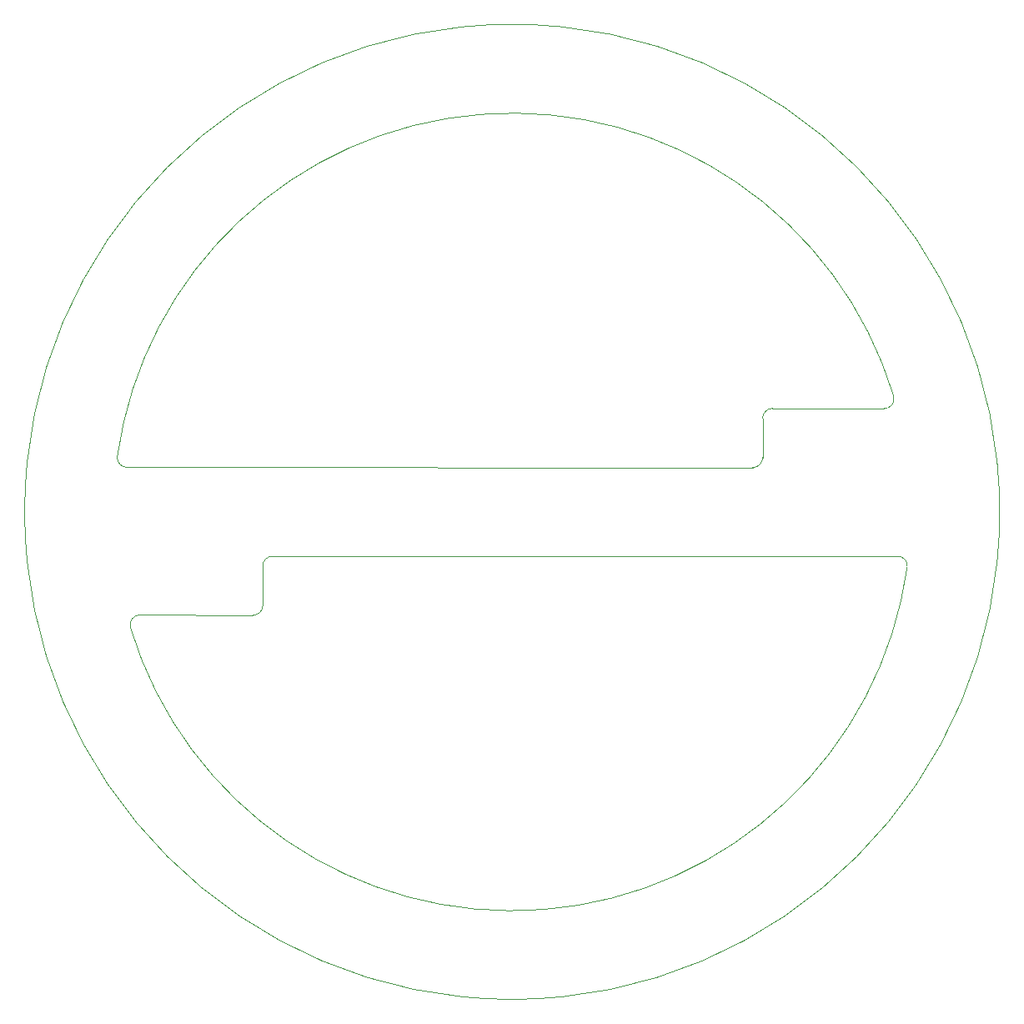
<source format=gbr>
%TF.GenerationSoftware,KiCad,Pcbnew,5.1.12-84ad8e8a86~92~ubuntu20.04.1*%
%TF.CreationDate,2021-11-26T19:12:35+01:00*%
%TF.ProjectId,led-ring-with-crossbar,6c65642d-7269-46e6-972d-776974682d63,rev?*%
%TF.SameCoordinates,Original*%
%TF.FileFunction,Profile,NP*%
%FSLAX46Y46*%
G04 Gerber Fmt 4.6, Leading zero omitted, Abs format (unit mm)*
G04 Created by KiCad (PCBNEW 5.1.12-84ad8e8a86~92~ubuntu20.04.1) date 2021-11-26 19:12:35*
%MOMM*%
%LPD*%
G01*
G04 APERTURE LIST*
%TA.AperFunction,Profile*%
%ADD10C,0.050000*%
%TD*%
G04 APERTURE END LIST*
D10*
X140116566Y-105572598D02*
G75*
G02*
X61245139Y-111766625I-40116566J5572598D01*
G01*
X139155000Y-104511744D02*
G75*
G02*
X140116566Y-105572598I1J-966211D01*
G01*
X138743070Y-88262979D02*
G75*
G03*
X59906795Y-94403742I-38743070J-11737021D01*
G01*
X138743071Y-88262979D02*
G75*
G02*
X137775694Y-89516321I-967377J-253342D01*
G01*
X125430000Y-90500000D02*
G75*
G02*
X126430000Y-89500000I1000000J0D01*
G01*
X125430000Y-94500000D02*
G75*
G02*
X124430000Y-95500000I-1000000J0D01*
G01*
X126430000Y-89500000D02*
X137775694Y-89516321D01*
X125430000Y-94500000D02*
X125430000Y-90500000D01*
X60880001Y-95477955D02*
G75*
G02*
X59906794Y-94403741I-1J977955D01*
G01*
X61245138Y-111766626D02*
G75*
G02*
X62199752Y-110468782I954614J297844D01*
G01*
X74680000Y-105500000D02*
G75*
G02*
X75680000Y-104500000I1000000J0D01*
G01*
X74680000Y-109500000D02*
G75*
G02*
X73680000Y-110500000I-1000000J0D01*
G01*
X73680000Y-110500000D02*
X62199752Y-110468782D01*
X74680000Y-105500000D02*
X74680000Y-109500000D01*
X60880001Y-95477955D02*
X124430000Y-95500000D01*
X75680000Y-104500000D02*
X139155000Y-104511744D01*
X149500000Y-100000000D02*
G75*
G03*
X149500000Y-100000000I-49500000J0D01*
G01*
M02*

</source>
